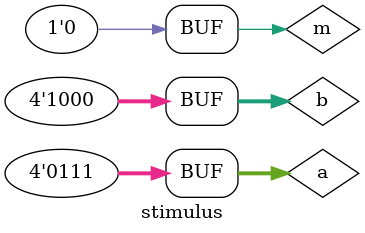
<source format=v>
module stimulus;

	reg[3:0] a,b;
	wire[3:0] sum;
	wire cout;
	reg m = 1'b0;
	full_adder_4bit myadder(a,b,sum,carry,m);
	
	initial 
	begin
	$monitor($time, "a = %b b = %b cout = %b sum = %b", a,b,carry,sum);
	#0 a = 4'd0;	b = 4'd4;
	#5 a = 4'd4;	b = 4'd5;
	#5 a = 4'd10;	b = 4'd5;
	#5 a = 4'd7;	b = 4'd6;
	#5 a = 4'd3;	b = 4'd4;
	#5 a = 4'd7;	b = 4'd8;
	
	end
endmodule
</source>
